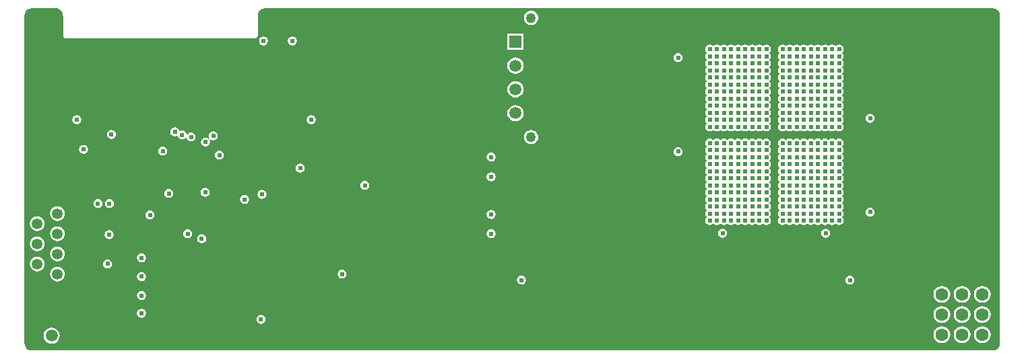
<source format=gbr>
%TF.GenerationSoftware,Altium Limited,Altium Designer,20.1.14 (287)*%
G04 Layer_Physical_Order=2*
G04 Layer_Color=36540*
%FSLAX26Y26*%
%MOIN*%
%TF.SameCoordinates,99935E59-988C-4C8E-A83C-0B030DBE8EB2*%
%TF.FilePolarity,Positive*%
%TF.FileFunction,Copper,L2,Inr,Signal*%
%TF.Part,Single*%
G01*
G75*
%TA.AperFunction,Conductor*%
%ADD39C,0.010000*%
%TA.AperFunction,ViaPad*%
%ADD41C,0.024000*%
%TA.AperFunction,ComponentPad*%
%ADD42C,0.062992*%
%ADD43C,0.059843*%
%ADD44R,0.059843X0.059843*%
%ADD45C,0.053150*%
%ADD46R,0.053150X0.053150*%
%ADD47C,0.050000*%
%ADD48C,0.059055*%
%TA.AperFunction,ViaPad*%
%ADD49C,0.028000*%
G36*
X180614Y1712176D02*
X188881Y1708751D01*
X195981Y1703304D01*
X201428Y1696204D01*
X204853Y1687937D01*
X205412Y1683691D01*
X205946Y1678917D01*
X205933Y1678851D01*
X206103Y1677994D01*
X206531Y1674141D01*
X206517Y1580001D01*
X206517Y1580000D01*
X206517Y1579999D01*
X206517Y1578295D01*
X207680Y1572442D01*
X210995Y1567480D01*
X215956Y1564164D01*
X221809Y1562999D01*
X227662Y1564162D01*
X228476Y1564706D01*
X1148470Y1564706D01*
X1149282Y1564163D01*
X1155135Y1562999D01*
X1160988Y1564163D01*
X1165949Y1567479D01*
X1169265Y1572440D01*
X1170429Y1578293D01*
Y1673123D01*
X1170804Y1677166D01*
X1170944Y1677866D01*
X1170931Y1677932D01*
X1171465Y1682706D01*
X1172024Y1686952D01*
X1175448Y1695219D01*
X1180896Y1702319D01*
X1187995Y1707766D01*
X1196263Y1711190D01*
X1204931Y1712332D01*
X1205237Y1712271D01*
X4808203D01*
X4816408Y1711190D01*
X4824676Y1707766D01*
X4831775Y1702319D01*
X4837223Y1695219D01*
X4840647Y1686952D01*
X4841206Y1682706D01*
X4841741Y1677932D01*
X4841727Y1677866D01*
X4841810Y1677453D01*
X4841941Y1672999D01*
X4841941Y55680D01*
X4841810Y51226D01*
X4841727Y50813D01*
X4841741Y50747D01*
X4841206Y45973D01*
X4840647Y41727D01*
X4837223Y33460D01*
X4831775Y26360D01*
X4824676Y20913D01*
X4816408Y17488D01*
X4812163Y16930D01*
X4807389Y16395D01*
X4807323Y16408D01*
X4806943Y16333D01*
X4802430Y16257D01*
X55241Y16257D01*
X50729Y16333D01*
X50348Y16408D01*
X50282Y16395D01*
X45509Y16930D01*
X41263Y17488D01*
X32995Y20913D01*
X25896Y26360D01*
X20448Y33460D01*
X17024Y41727D01*
X16465Y45973D01*
X15931Y50747D01*
X15944Y50813D01*
X15798Y51545D01*
X15409Y55548D01*
X15409Y1673130D01*
X15798Y1677134D01*
X15944Y1677866D01*
X15931Y1677932D01*
X16465Y1682706D01*
X17024Y1686952D01*
X20448Y1695219D01*
X25896Y1702319D01*
X32995Y1707766D01*
X41263Y1711190D01*
X45509Y1711749D01*
X50282Y1712284D01*
X50348Y1712271D01*
X50768Y1712354D01*
X55212Y1712494D01*
X171227D01*
X174002Y1713046D01*
X180614Y1712176D01*
D02*
G37*
%LPC*%
G36*
X2522300Y1700253D02*
X2513164Y1699050D01*
X2504649Y1695524D01*
X2497338Y1689914D01*
X2491728Y1682602D01*
X2488201Y1674088D01*
X2486998Y1664951D01*
X2488201Y1655814D01*
X2491728Y1647300D01*
X2497338Y1639989D01*
X2504649Y1634379D01*
X2513164Y1630852D01*
X2522300Y1629649D01*
X2531437Y1630852D01*
X2539951Y1634379D01*
X2547263Y1639989D01*
X2552873Y1647300D01*
X2556399Y1655814D01*
X2557602Y1664951D01*
X2556399Y1674088D01*
X2552873Y1682602D01*
X2547263Y1689914D01*
X2539951Y1695524D01*
X2531437Y1699050D01*
X2522300Y1700253D01*
D02*
G37*
G36*
X1341647Y1573209D02*
X1333063Y1571502D01*
X1325786Y1566639D01*
X1320923Y1559362D01*
X1319216Y1550778D01*
X1320923Y1542194D01*
X1325786Y1534917D01*
X1333063Y1530054D01*
X1341647Y1528347D01*
X1350231Y1530054D01*
X1357508Y1534917D01*
X1362370Y1542194D01*
X1364078Y1550778D01*
X1362370Y1559362D01*
X1357508Y1566639D01*
X1350231Y1571502D01*
X1341647Y1573209D01*
D02*
G37*
G36*
X1198852D02*
X1190268Y1571502D01*
X1182991Y1566639D01*
X1178128Y1559362D01*
X1176421Y1550778D01*
X1178128Y1542194D01*
X1182991Y1534917D01*
X1190268Y1530054D01*
X1198852Y1528347D01*
X1207436Y1530054D01*
X1214713Y1534917D01*
X1219575Y1542194D01*
X1221283Y1550778D01*
X1219575Y1559362D01*
X1214713Y1566639D01*
X1207436Y1571502D01*
X1198852Y1573209D01*
D02*
G37*
G36*
X4046416Y1532431D02*
X4037832Y1530724D01*
X4030555Y1525861D01*
X4027277D01*
X4020000Y1530724D01*
X4011416Y1532431D01*
X4002832Y1530724D01*
X3995555Y1525861D01*
X3992277D01*
X3985000Y1530724D01*
X3976416Y1532431D01*
X3967832Y1530724D01*
X3960555Y1525861D01*
X3957277D01*
X3950000Y1530724D01*
X3941416Y1532431D01*
X3932832Y1530724D01*
X3925555Y1525861D01*
X3922277D01*
X3915000Y1530724D01*
X3906416Y1532431D01*
X3897832Y1530724D01*
X3890555Y1525861D01*
X3887277D01*
X3880000Y1530724D01*
X3871416Y1532431D01*
X3862832Y1530724D01*
X3855555Y1525861D01*
X3852277D01*
X3845000Y1530724D01*
X3836416Y1532431D01*
X3827832Y1530724D01*
X3820555Y1525861D01*
X3817277D01*
X3810000Y1530724D01*
X3801416Y1532431D01*
X3792832Y1530724D01*
X3785555Y1525861D01*
X3782277D01*
X3775000Y1530724D01*
X3766416Y1532431D01*
X3757832Y1530724D01*
X3750555Y1525861D01*
X3745693Y1518584D01*
X3743985Y1510000D01*
X3745693Y1501416D01*
X3750555Y1494139D01*
Y1490861D01*
X3745693Y1483584D01*
X3743985Y1475000D01*
X3745693Y1466416D01*
X3750555Y1459139D01*
Y1455861D01*
X3745693Y1448584D01*
X3743985Y1440000D01*
X3745693Y1431416D01*
X3750555Y1424139D01*
Y1420861D01*
X3745693Y1413584D01*
X3743985Y1405000D01*
X3745693Y1396416D01*
X3750555Y1389139D01*
Y1385861D01*
X3745693Y1378584D01*
X3743985Y1370000D01*
X3745693Y1361416D01*
X3750555Y1354139D01*
Y1350861D01*
X3745693Y1343584D01*
X3743985Y1335000D01*
X3745693Y1326416D01*
X3750555Y1319139D01*
Y1315861D01*
X3745693Y1308584D01*
X3743985Y1300000D01*
X3745693Y1291416D01*
X3750555Y1284139D01*
Y1280861D01*
X3745693Y1273584D01*
X3743985Y1265000D01*
X3745693Y1256416D01*
X3750555Y1249139D01*
Y1245861D01*
X3745693Y1238584D01*
X3743985Y1230000D01*
X3745693Y1221416D01*
X3750555Y1214139D01*
Y1210861D01*
X3745693Y1203584D01*
X3743985Y1195000D01*
X3745693Y1186416D01*
X3750555Y1179139D01*
Y1175861D01*
X3745693Y1168584D01*
X3743985Y1160000D01*
X3745693Y1151416D01*
X3750555Y1144139D01*
Y1140861D01*
X3745693Y1133584D01*
X3743985Y1125000D01*
X3745693Y1116416D01*
X3750555Y1109139D01*
X3757832Y1104276D01*
X3766416Y1102569D01*
X3775000Y1104276D01*
X3782277Y1109139D01*
X3785555D01*
X3792832Y1104276D01*
X3801416Y1102569D01*
X3810000Y1104276D01*
X3817277Y1109139D01*
X3820555D01*
X3827832Y1104276D01*
X3836416Y1102569D01*
X3845000Y1104276D01*
X3852277Y1109139D01*
X3855555D01*
X3862832Y1104276D01*
X3871416Y1102569D01*
X3880000Y1104276D01*
X3887277Y1109139D01*
X3890555D01*
X3897832Y1104276D01*
X3906416Y1102569D01*
X3915000Y1104276D01*
X3922277Y1109139D01*
X3925555D01*
X3932832Y1104276D01*
X3941416Y1102569D01*
X3950000Y1104276D01*
X3957277Y1109139D01*
X3960555D01*
X3967832Y1104276D01*
X3976416Y1102569D01*
X3985000Y1104276D01*
X3992277Y1109139D01*
X3995555D01*
X4002832Y1104276D01*
X4011416Y1102569D01*
X4020000Y1104276D01*
X4027277Y1109139D01*
X4030555D01*
X4037832Y1104276D01*
X4046416Y1102569D01*
X4055000Y1104276D01*
X4062277Y1109139D01*
X4067140Y1116416D01*
X4068847Y1125000D01*
X4067140Y1133584D01*
X4062277Y1140861D01*
Y1144139D01*
X4067140Y1151416D01*
X4068847Y1160000D01*
X4067140Y1168584D01*
X4062277Y1175861D01*
Y1179139D01*
X4067140Y1186416D01*
X4068847Y1195000D01*
X4067140Y1203584D01*
X4062277Y1210861D01*
Y1214139D01*
X4067140Y1221416D01*
X4068847Y1230000D01*
X4067140Y1238584D01*
X4062277Y1245861D01*
Y1249139D01*
X4067140Y1256416D01*
X4068847Y1265000D01*
X4067140Y1273584D01*
X4062277Y1280861D01*
Y1284139D01*
X4067140Y1291416D01*
X4068847Y1300000D01*
X4067140Y1308584D01*
X4062277Y1315861D01*
Y1319139D01*
X4067140Y1326416D01*
X4068847Y1335000D01*
X4067140Y1343584D01*
X4062277Y1350861D01*
Y1354139D01*
X4067140Y1361416D01*
X4068847Y1370000D01*
X4067140Y1378584D01*
X4062277Y1385861D01*
Y1389139D01*
X4067140Y1396416D01*
X4068847Y1405000D01*
X4067140Y1413584D01*
X4062277Y1420861D01*
Y1424139D01*
X4067140Y1431416D01*
X4068847Y1440000D01*
X4067140Y1448584D01*
X4062277Y1455861D01*
Y1459139D01*
X4067140Y1466416D01*
X4068847Y1475000D01*
X4067140Y1483584D01*
X4062277Y1490861D01*
Y1494139D01*
X4067140Y1501416D01*
X4068847Y1510000D01*
X4067140Y1518584D01*
X4062277Y1525861D01*
X4055000Y1530724D01*
X4046416Y1532431D01*
D02*
G37*
G36*
X3686416D02*
X3677832Y1530724D01*
X3670555Y1525861D01*
X3667277D01*
X3660000Y1530724D01*
X3651416Y1532431D01*
X3642832Y1530724D01*
X3635555Y1525861D01*
X3632277D01*
X3625000Y1530724D01*
X3616416Y1532431D01*
X3607832Y1530724D01*
X3600555Y1525861D01*
X3597277D01*
X3590000Y1530724D01*
X3581416Y1532431D01*
X3572832Y1530724D01*
X3565555Y1525861D01*
X3562277D01*
X3555000Y1530724D01*
X3546416Y1532431D01*
X3537832Y1530724D01*
X3530555Y1525861D01*
X3527277D01*
X3520000Y1530724D01*
X3511416Y1532431D01*
X3502832Y1530724D01*
X3495555Y1525861D01*
X3492277D01*
X3485000Y1530724D01*
X3476416Y1532431D01*
X3467832Y1530724D01*
X3460555Y1525861D01*
X3457277D01*
X3450000Y1530724D01*
X3441416Y1532431D01*
X3432832Y1530724D01*
X3425555Y1525861D01*
X3422277D01*
X3415000Y1530724D01*
X3406416Y1532431D01*
X3397832Y1530724D01*
X3390555Y1525861D01*
X3385693Y1518584D01*
X3383985Y1510000D01*
X3385693Y1501416D01*
X3390555Y1494139D01*
Y1490861D01*
X3385693Y1483584D01*
X3383985Y1475000D01*
X3385693Y1466416D01*
X3390555Y1459139D01*
Y1455861D01*
X3385693Y1448584D01*
X3383985Y1440000D01*
X3385693Y1431416D01*
X3390555Y1424139D01*
Y1420861D01*
X3385693Y1413584D01*
X3383985Y1405000D01*
X3385693Y1396416D01*
X3390555Y1389139D01*
Y1385861D01*
X3385693Y1378584D01*
X3383985Y1370000D01*
X3385693Y1361416D01*
X3390555Y1354139D01*
Y1350861D01*
X3385693Y1343584D01*
X3383985Y1335000D01*
X3385693Y1326416D01*
X3390555Y1319139D01*
Y1315861D01*
X3385693Y1308584D01*
X3383985Y1300000D01*
X3385693Y1291416D01*
X3390555Y1284139D01*
Y1280861D01*
X3385693Y1273584D01*
X3383985Y1265000D01*
X3385693Y1256416D01*
X3390555Y1249139D01*
Y1245861D01*
X3385693Y1238584D01*
X3383985Y1230000D01*
X3385693Y1221416D01*
X3390555Y1214139D01*
Y1210861D01*
X3385693Y1203584D01*
X3383985Y1195000D01*
X3385693Y1186416D01*
X3390555Y1179139D01*
Y1175861D01*
X3385693Y1168584D01*
X3383985Y1160000D01*
X3385693Y1151416D01*
X3390555Y1144139D01*
Y1140861D01*
X3385693Y1133584D01*
X3383985Y1125000D01*
X3385693Y1116416D01*
X3390555Y1109139D01*
X3397832Y1104276D01*
X3406416Y1102569D01*
X3415000Y1104276D01*
X3422277Y1109139D01*
X3425555D01*
X3432832Y1104276D01*
X3441416Y1102569D01*
X3450000Y1104276D01*
X3457277Y1109139D01*
X3460555D01*
X3467832Y1104276D01*
X3476416Y1102569D01*
X3485000Y1104276D01*
X3492277Y1109139D01*
X3495555D01*
X3502832Y1104276D01*
X3511416Y1102569D01*
X3520000Y1104276D01*
X3527277Y1109139D01*
X3530555D01*
X3537832Y1104276D01*
X3546416Y1102569D01*
X3555000Y1104276D01*
X3562277Y1109139D01*
X3565555D01*
X3572832Y1104276D01*
X3581416Y1102569D01*
X3590000Y1104276D01*
X3597277Y1109139D01*
X3600555D01*
X3607832Y1104276D01*
X3616416Y1102569D01*
X3625000Y1104276D01*
X3632277Y1109139D01*
X3635555D01*
X3642832Y1104276D01*
X3651416Y1102569D01*
X3660000Y1104276D01*
X3667277Y1109139D01*
X3670555D01*
X3677832Y1104276D01*
X3686416Y1102569D01*
X3695000Y1104276D01*
X3702277Y1109139D01*
X3707140Y1116416D01*
X3708847Y1125000D01*
X3707140Y1133584D01*
X3702277Y1140861D01*
Y1144139D01*
X3707140Y1151416D01*
X3708847Y1160000D01*
X3707140Y1168584D01*
X3702277Y1175861D01*
Y1179139D01*
X3707140Y1186416D01*
X3708847Y1195000D01*
X3707140Y1203584D01*
X3702277Y1210861D01*
Y1214139D01*
X3707140Y1221416D01*
X3708847Y1230000D01*
X3707140Y1238584D01*
X3702277Y1245861D01*
Y1249139D01*
X3707140Y1256416D01*
X3708847Y1265000D01*
X3707140Y1273584D01*
X3702277Y1280861D01*
Y1284139D01*
X3707140Y1291416D01*
X3708847Y1300000D01*
X3707140Y1308584D01*
X3702277Y1315861D01*
Y1319139D01*
X3707140Y1326416D01*
X3708847Y1335000D01*
X3707140Y1343584D01*
X3702277Y1350861D01*
Y1354139D01*
X3707140Y1361416D01*
X3708847Y1370000D01*
X3707140Y1378584D01*
X3702277Y1385861D01*
Y1389139D01*
X3707140Y1396416D01*
X3708847Y1405000D01*
X3707140Y1413584D01*
X3702277Y1420861D01*
Y1424139D01*
X3707140Y1431416D01*
X3708847Y1440000D01*
X3707140Y1448584D01*
X3702277Y1455861D01*
Y1459139D01*
X3707140Y1466416D01*
X3708847Y1475000D01*
X3707140Y1483584D01*
X3702277Y1490861D01*
Y1494139D01*
X3707140Y1501416D01*
X3708847Y1510000D01*
X3707140Y1518584D01*
X3702277Y1525861D01*
X3695000Y1530724D01*
X3686416Y1532431D01*
D02*
G37*
G36*
X2485056Y1586762D02*
X2405214D01*
Y1506920D01*
X2485056D01*
Y1586762D01*
D02*
G37*
G36*
X3250000Y1491210D02*
X3241416Y1489503D01*
X3234139Y1484641D01*
X3229276Y1477363D01*
X3227569Y1468780D01*
X3229276Y1460196D01*
X3234139Y1452918D01*
X3241416Y1448056D01*
X3250000Y1446349D01*
X3258584Y1448056D01*
X3265861Y1452918D01*
X3270724Y1460196D01*
X3272431Y1468780D01*
X3270724Y1477363D01*
X3265861Y1484641D01*
X3258584Y1489503D01*
X3250000Y1491210D01*
D02*
G37*
G36*
X2445135Y1468996D02*
X2434713Y1467624D01*
X2425002Y1463602D01*
X2416663Y1457203D01*
X2410264Y1448864D01*
X2406241Y1439152D01*
X2404869Y1428731D01*
X2406241Y1418309D01*
X2410264Y1408598D01*
X2416663Y1400259D01*
X2425002Y1393860D01*
X2434713Y1389837D01*
X2445135Y1388465D01*
X2455557Y1389837D01*
X2465268Y1393860D01*
X2473607Y1400259D01*
X2480006Y1408598D01*
X2484029Y1418309D01*
X2485401Y1428731D01*
X2484029Y1439152D01*
X2480006Y1448864D01*
X2473607Y1457203D01*
X2465268Y1463602D01*
X2455557Y1467624D01*
X2445135Y1468996D01*
D02*
G37*
G36*
Y1350886D02*
X2434713Y1349514D01*
X2425002Y1345492D01*
X2416663Y1339093D01*
X2410264Y1330754D01*
X2406241Y1321042D01*
X2404869Y1310621D01*
X2406241Y1300199D01*
X2410264Y1290488D01*
X2416663Y1282149D01*
X2425002Y1275749D01*
X2434713Y1271727D01*
X2445135Y1270355D01*
X2455557Y1271727D01*
X2465268Y1275749D01*
X2473607Y1282149D01*
X2480006Y1290488D01*
X2484029Y1300199D01*
X2485401Y1310621D01*
X2484029Y1321042D01*
X2480006Y1330754D01*
X2473607Y1339093D01*
X2465268Y1345492D01*
X2455557Y1349514D01*
X2445135Y1350886D01*
D02*
G37*
G36*
Y1232776D02*
X2434713Y1231404D01*
X2425002Y1227381D01*
X2416663Y1220983D01*
X2410264Y1212643D01*
X2406241Y1202932D01*
X2404869Y1192510D01*
X2406241Y1182089D01*
X2410264Y1172378D01*
X2416663Y1164038D01*
X2425002Y1157639D01*
X2434713Y1153617D01*
X2445135Y1152245D01*
X2455557Y1153617D01*
X2465268Y1157639D01*
X2473607Y1164038D01*
X2480006Y1172378D01*
X2484029Y1182089D01*
X2485401Y1192510D01*
X2484029Y1202932D01*
X2480006Y1212643D01*
X2473607Y1220983D01*
X2465268Y1227381D01*
X2455557Y1231404D01*
X2445135Y1232776D01*
D02*
G37*
G36*
X4200000Y1189931D02*
X4191416Y1188223D01*
X4184139Y1183361D01*
X4179276Y1176084D01*
X4177569Y1167500D01*
X4179276Y1158916D01*
X4184139Y1151639D01*
X4191416Y1146776D01*
X4200000Y1145069D01*
X4208584Y1146776D01*
X4215861Y1151639D01*
X4220724Y1158916D01*
X4222431Y1167500D01*
X4220724Y1176084D01*
X4215861Y1183361D01*
X4208584Y1188223D01*
X4200000Y1189931D01*
D02*
G37*
G36*
X1435000Y1182431D02*
X1426416Y1180724D01*
X1419139Y1175861D01*
X1414276Y1168584D01*
X1412569Y1160000D01*
X1414276Y1151416D01*
X1419139Y1144139D01*
X1426416Y1139276D01*
X1435000Y1137569D01*
X1443584Y1139276D01*
X1450861Y1144139D01*
X1455724Y1151416D01*
X1457431Y1160000D01*
X1455724Y1168584D01*
X1450861Y1175861D01*
X1443584Y1180724D01*
X1435000Y1182431D01*
D02*
G37*
G36*
X275000D02*
X266416Y1180724D01*
X259139Y1175861D01*
X254276Y1168584D01*
X252569Y1160000D01*
X254276Y1151416D01*
X259139Y1144139D01*
X266416Y1139276D01*
X275000Y1137569D01*
X283584Y1139276D01*
X290861Y1144139D01*
X295724Y1151416D01*
X297431Y1160000D01*
X295724Y1168584D01*
X290861Y1175861D01*
X283584Y1180724D01*
X275000Y1182431D01*
D02*
G37*
G36*
X950000Y1102309D02*
X941416Y1100601D01*
X934139Y1095739D01*
X929277Y1088462D01*
X927569Y1079878D01*
X929277Y1071294D01*
X931197Y1068419D01*
X927404Y1065398D01*
X920127Y1070260D01*
X911543Y1071968D01*
X902959Y1070260D01*
X895682Y1065398D01*
X890820Y1058121D01*
X889112Y1049537D01*
X890820Y1040953D01*
X895682Y1033676D01*
X902959Y1028813D01*
X911543Y1027106D01*
X920127Y1028813D01*
X927404Y1033676D01*
X932267Y1040953D01*
X933974Y1049537D01*
X932267Y1058121D01*
X930346Y1060995D01*
X934139Y1064017D01*
X941416Y1059154D01*
X950000Y1057447D01*
X958584Y1059154D01*
X965861Y1064017D01*
X970723Y1071294D01*
X972431Y1079878D01*
X970723Y1088462D01*
X965861Y1095739D01*
X958584Y1100601D01*
X950000Y1102309D01*
D02*
G37*
G36*
X445765Y1110062D02*
X437181Y1108355D01*
X429904Y1103492D01*
X425042Y1096215D01*
X423334Y1087631D01*
X425042Y1079047D01*
X429904Y1071770D01*
X437181Y1066908D01*
X445765Y1065200D01*
X454349Y1066908D01*
X461627Y1071770D01*
X466489Y1079047D01*
X468196Y1087631D01*
X466489Y1096215D01*
X461627Y1103492D01*
X454349Y1108355D01*
X445765Y1110062D01*
D02*
G37*
G36*
X4046416Y1067431D02*
X4037832Y1065724D01*
X4030555Y1060861D01*
X4027277D01*
X4020000Y1065724D01*
X4011416Y1067431D01*
X4002832Y1065724D01*
X3995555Y1060861D01*
X3992277D01*
X3985000Y1065724D01*
X3976416Y1067431D01*
X3967832Y1065724D01*
X3960555Y1060861D01*
X3957277D01*
X3950000Y1065724D01*
X3941416Y1067431D01*
X3932832Y1065724D01*
X3925555Y1060861D01*
X3922277D01*
X3915000Y1065724D01*
X3906416Y1067431D01*
X3897832Y1065724D01*
X3890555Y1060861D01*
X3887277D01*
X3880000Y1065724D01*
X3871416Y1067431D01*
X3862832Y1065724D01*
X3855555Y1060861D01*
X3852277D01*
X3845000Y1065724D01*
X3836416Y1067431D01*
X3827832Y1065724D01*
X3820555Y1060861D01*
X3817277D01*
X3810000Y1065724D01*
X3801416Y1067431D01*
X3792832Y1065724D01*
X3785555Y1060861D01*
X3782277D01*
X3775000Y1065724D01*
X3766416Y1067431D01*
X3757832Y1065724D01*
X3750555Y1060861D01*
X3745693Y1053584D01*
X3743985Y1045000D01*
X3745693Y1036416D01*
X3750555Y1029139D01*
Y1025861D01*
X3745693Y1018584D01*
X3743985Y1010000D01*
X3745693Y1001416D01*
X3750555Y994139D01*
Y990861D01*
X3745693Y983584D01*
X3743985Y975000D01*
X3745693Y966416D01*
X3750555Y959139D01*
Y955861D01*
X3745693Y948584D01*
X3743985Y940000D01*
X3745693Y931416D01*
X3750555Y924139D01*
Y920861D01*
X3745693Y913584D01*
X3743985Y905000D01*
X3745693Y896416D01*
X3750555Y889139D01*
Y885861D01*
X3745693Y878584D01*
X3743985Y870000D01*
X3745693Y861416D01*
X3750555Y854139D01*
Y850861D01*
X3745693Y843584D01*
X3743985Y835000D01*
X3745693Y826416D01*
X3750555Y819139D01*
Y815861D01*
X3745693Y808584D01*
X3743985Y800000D01*
X3745693Y791416D01*
X3750555Y784139D01*
Y780861D01*
X3745693Y773584D01*
X3743985Y765000D01*
X3745693Y756416D01*
X3750555Y749139D01*
Y745861D01*
X3745693Y738584D01*
X3743985Y730000D01*
X3745693Y721416D01*
X3750555Y714139D01*
Y710861D01*
X3745693Y703584D01*
X3743985Y695000D01*
X3745693Y686416D01*
X3750555Y679139D01*
Y675861D01*
X3745693Y668584D01*
X3743985Y660000D01*
X3745693Y651416D01*
X3750555Y644139D01*
X3757832Y639277D01*
X3766416Y637569D01*
X3775000Y639277D01*
X3780386Y642875D01*
X3783916Y643738D01*
X3787446Y642875D01*
X3792832Y639277D01*
X3801416Y637569D01*
X3810000Y639277D01*
X3815386Y642875D01*
X3818916Y643738D01*
X3822446Y642875D01*
X3827832Y639277D01*
X3836416Y637569D01*
X3845000Y639277D01*
X3850386Y642875D01*
X3853916Y643738D01*
X3857446Y642875D01*
X3862832Y639277D01*
X3871416Y637569D01*
X3880000Y639277D01*
X3885386Y642875D01*
X3888916Y643738D01*
X3892446Y642875D01*
X3897832Y639277D01*
X3906416Y637569D01*
X3915000Y639277D01*
X3920386Y642875D01*
X3923916Y643738D01*
X3927446Y642875D01*
X3932832Y639277D01*
X3941416Y637569D01*
X3950000Y639277D01*
X3955386Y642875D01*
X3958916Y643738D01*
X3962446Y642875D01*
X3967832Y639277D01*
X3976416Y637569D01*
X3985000Y639277D01*
X3990386Y642875D01*
X3993916Y643738D01*
X3997446Y642875D01*
X4002832Y639277D01*
X4011416Y637569D01*
X4020000Y639277D01*
X4025386Y642875D01*
X4028916Y643738D01*
X4032446Y642875D01*
X4037832Y639277D01*
X4046416Y637569D01*
X4055000Y639277D01*
X4062277Y644139D01*
X4067140Y651416D01*
X4068847Y660000D01*
X4067140Y668584D01*
X4062277Y675861D01*
Y679139D01*
X4067140Y686416D01*
X4068847Y695000D01*
X4067140Y703584D01*
X4062277Y710861D01*
Y714139D01*
X4067140Y721416D01*
X4068847Y730000D01*
X4067140Y738584D01*
X4062277Y745861D01*
Y749139D01*
X4067140Y756416D01*
X4068847Y765000D01*
X4067140Y773584D01*
X4062277Y780861D01*
Y784139D01*
X4067140Y791416D01*
X4068847Y800000D01*
X4067140Y808584D01*
X4062277Y815861D01*
Y819139D01*
X4067140Y826416D01*
X4068847Y835000D01*
X4067140Y843584D01*
X4062277Y850861D01*
Y854139D01*
X4067140Y861416D01*
X4068847Y870000D01*
X4067140Y878584D01*
X4062277Y885861D01*
Y889139D01*
X4067140Y896416D01*
X4068847Y905000D01*
X4067140Y913584D01*
X4062277Y920861D01*
Y924139D01*
X4067140Y931416D01*
X4068847Y940000D01*
X4067140Y948584D01*
X4062277Y955861D01*
Y959139D01*
X4067140Y966416D01*
X4068847Y975000D01*
X4067140Y983584D01*
X4062277Y990861D01*
Y994139D01*
X4067140Y1001416D01*
X4068847Y1010000D01*
X4067140Y1018584D01*
X4062277Y1025861D01*
Y1029139D01*
X4067140Y1036416D01*
X4068847Y1045000D01*
X4067140Y1053584D01*
X4062277Y1060861D01*
X4055000Y1065724D01*
X4046416Y1067431D01*
D02*
G37*
G36*
X3686416D02*
X3677832Y1065724D01*
X3670555Y1060861D01*
X3667277D01*
X3660000Y1065724D01*
X3651416Y1067431D01*
X3642832Y1065724D01*
X3635555Y1060861D01*
X3632277D01*
X3625000Y1065724D01*
X3616416Y1067431D01*
X3607832Y1065724D01*
X3600555Y1060861D01*
X3597277D01*
X3590000Y1065724D01*
X3581416Y1067431D01*
X3572832Y1065724D01*
X3565555Y1060861D01*
X3562277D01*
X3555000Y1065724D01*
X3546416Y1067431D01*
X3537832Y1065724D01*
X3530555Y1060861D01*
X3527277D01*
X3520000Y1065724D01*
X3511416Y1067431D01*
X3502832Y1065724D01*
X3495555Y1060861D01*
X3492277D01*
X3485000Y1065724D01*
X3476416Y1067431D01*
X3467832Y1065724D01*
X3460555Y1060861D01*
X3457277D01*
X3450000Y1065724D01*
X3441416Y1067431D01*
X3432832Y1065724D01*
X3425555Y1060861D01*
X3422277D01*
X3415000Y1065724D01*
X3406416Y1067431D01*
X3397832Y1065724D01*
X3390555Y1060861D01*
X3385693Y1053584D01*
X3383985Y1045000D01*
X3385693Y1036416D01*
X3390555Y1029139D01*
Y1025861D01*
X3385693Y1018584D01*
X3383985Y1010000D01*
X3385693Y1001416D01*
X3390555Y994139D01*
Y990861D01*
X3385693Y983584D01*
X3383985Y975000D01*
X3385693Y966416D01*
X3390555Y959139D01*
Y955861D01*
X3385693Y948584D01*
X3383985Y940000D01*
X3385693Y931416D01*
X3390555Y924139D01*
Y920861D01*
X3385693Y913584D01*
X3383985Y905000D01*
X3385693Y896416D01*
X3390555Y889139D01*
Y885861D01*
X3385693Y878584D01*
X3383985Y870000D01*
X3385693Y861416D01*
X3390555Y854139D01*
Y850861D01*
X3385693Y843584D01*
X3383985Y835000D01*
X3385693Y826416D01*
X3390555Y819139D01*
Y815861D01*
X3385693Y808584D01*
X3383985Y800000D01*
X3385693Y791416D01*
X3390555Y784139D01*
Y780861D01*
X3385693Y773584D01*
X3383985Y765000D01*
X3385693Y756416D01*
X3390555Y749139D01*
Y745861D01*
X3385693Y738584D01*
X3383985Y730000D01*
X3385693Y721416D01*
X3390555Y714139D01*
Y710861D01*
X3385693Y703584D01*
X3383985Y695000D01*
X3385693Y686416D01*
X3390555Y679139D01*
Y675861D01*
X3385693Y668584D01*
X3383985Y660000D01*
X3385693Y651416D01*
X3390555Y644139D01*
X3397832Y639277D01*
X3406416Y637569D01*
X3415000Y639277D01*
X3420386Y642875D01*
X3423916Y643738D01*
X3427446Y642875D01*
X3432832Y639277D01*
X3441416Y637569D01*
X3450000Y639277D01*
X3455386Y642875D01*
X3458916Y643738D01*
X3462446Y642875D01*
X3467832Y639277D01*
X3476416Y637569D01*
X3485000Y639277D01*
X3490386Y642875D01*
X3493916Y643738D01*
X3497446Y642875D01*
X3502832Y639277D01*
X3511416Y637569D01*
X3520000Y639277D01*
X3525386Y642875D01*
X3528916Y643738D01*
X3532446Y642875D01*
X3537832Y639277D01*
X3546416Y637569D01*
X3555000Y639277D01*
X3560386Y642875D01*
X3563916Y643738D01*
X3567446Y642875D01*
X3572832Y639277D01*
X3581416Y637569D01*
X3590000Y639277D01*
X3595386Y642875D01*
X3598916Y643738D01*
X3602446Y642875D01*
X3607832Y639277D01*
X3616416Y637569D01*
X3625000Y639277D01*
X3630386Y642875D01*
X3633916Y643738D01*
X3637446Y642875D01*
X3642832Y639277D01*
X3651416Y637569D01*
X3660000Y639277D01*
X3665386Y642875D01*
X3668916Y643738D01*
X3672446Y642875D01*
X3677832Y639277D01*
X3686416Y637569D01*
X3695000Y639277D01*
X3702277Y644139D01*
X3707140Y651416D01*
X3708847Y660000D01*
X3707140Y668584D01*
X3702277Y675861D01*
Y679139D01*
X3707140Y686416D01*
X3708847Y695000D01*
X3707140Y703584D01*
X3702277Y710861D01*
Y714139D01*
X3707140Y721416D01*
X3708847Y730000D01*
X3707140Y738584D01*
X3702277Y745861D01*
Y749139D01*
X3707140Y756416D01*
X3708847Y765000D01*
X3707140Y773584D01*
X3702277Y780861D01*
Y784139D01*
X3707140Y791416D01*
X3708847Y800000D01*
X3707140Y808584D01*
X3702277Y815861D01*
Y819139D01*
X3707140Y826416D01*
X3708847Y835000D01*
X3707140Y843584D01*
X3702277Y850861D01*
Y854139D01*
X3707140Y861416D01*
X3708847Y870000D01*
X3707140Y878584D01*
X3702277Y885861D01*
Y889139D01*
X3707140Y896416D01*
X3708847Y905000D01*
X3707140Y913584D01*
X3702277Y920861D01*
Y924139D01*
X3707140Y931416D01*
X3708847Y940000D01*
X3707140Y948584D01*
X3702277Y955861D01*
Y959139D01*
X3707140Y966416D01*
X3708847Y975000D01*
X3707140Y983584D01*
X3702277Y990861D01*
Y994139D01*
X3707140Y1001416D01*
X3708847Y1010000D01*
X3707140Y1018584D01*
X3702277Y1025861D01*
Y1029139D01*
X3707140Y1036416D01*
X3708847Y1045000D01*
X3707140Y1053584D01*
X3702277Y1060861D01*
X3695000Y1065724D01*
X3686416Y1067431D01*
D02*
G37*
G36*
X760410Y1122431D02*
X751827Y1120724D01*
X744549Y1115861D01*
X739687Y1108584D01*
X737980Y1100000D01*
X739687Y1091416D01*
X744549Y1084139D01*
X751827Y1079276D01*
X760410Y1077569D01*
X768995Y1079276D01*
X770234Y1080104D01*
X774853Y1078191D01*
X775255Y1076171D01*
X780117Y1068894D01*
X787394Y1064032D01*
X795978Y1062324D01*
X804562Y1064032D01*
X811839Y1068894D01*
X813262Y1071024D01*
X818570Y1069968D01*
X819277Y1066416D01*
X824139Y1059139D01*
X831416Y1054276D01*
X840000Y1052569D01*
X848584Y1054276D01*
X855861Y1059139D01*
X860723Y1066416D01*
X862431Y1075000D01*
X860723Y1083584D01*
X855861Y1090861D01*
X848584Y1095724D01*
X840000Y1097431D01*
X831416Y1095724D01*
X824139Y1090861D01*
X822716Y1088732D01*
X817408Y1089788D01*
X816702Y1093340D01*
X811839Y1100617D01*
X804562Y1105479D01*
X795978Y1107187D01*
X787394Y1105479D01*
X786155Y1104651D01*
X781536Y1106564D01*
X781134Y1108584D01*
X776272Y1115861D01*
X768995Y1120724D01*
X760410Y1122431D01*
D02*
G37*
G36*
X2522300Y1109701D02*
X2513164Y1108498D01*
X2504649Y1104971D01*
X2497338Y1099361D01*
X2491728Y1092050D01*
X2488201Y1083535D01*
X2486998Y1074399D01*
X2488201Y1065262D01*
X2491728Y1056748D01*
X2497338Y1049436D01*
X2504649Y1043826D01*
X2513164Y1040300D01*
X2522300Y1039097D01*
X2531437Y1040300D01*
X2539951Y1043826D01*
X2547263Y1049436D01*
X2552873Y1056748D01*
X2556399Y1065262D01*
X2557602Y1074399D01*
X2556399Y1083535D01*
X2552873Y1092050D01*
X2547263Y1099361D01*
X2539951Y1104971D01*
X2531437Y1108498D01*
X2522300Y1109701D01*
D02*
G37*
G36*
X308788Y1035431D02*
X300204Y1033724D01*
X292927Y1028861D01*
X288065Y1021584D01*
X286357Y1013000D01*
X288065Y1004416D01*
X292927Y997139D01*
X300204Y992277D01*
X308788Y990569D01*
X317372Y992277D01*
X324649Y997139D01*
X329512Y1004416D01*
X331219Y1013000D01*
X329512Y1021584D01*
X324649Y1028861D01*
X317372Y1033724D01*
X308788Y1035431D01*
D02*
G37*
G36*
X700000Y1027431D02*
X691416Y1025724D01*
X684139Y1020861D01*
X679277Y1013584D01*
X677569Y1005000D01*
X679277Y996416D01*
X684139Y989139D01*
X691416Y984277D01*
X700000Y982569D01*
X708584Y984277D01*
X715861Y989139D01*
X720723Y996416D01*
X722431Y1005000D01*
X720723Y1013584D01*
X715861Y1020861D01*
X708584Y1025724D01*
X700000Y1027431D01*
D02*
G37*
G36*
X3250000Y1024951D02*
X3241416Y1023243D01*
X3234139Y1018381D01*
X3229276Y1011104D01*
X3227569Y1002520D01*
X3229276Y993936D01*
X3234139Y986659D01*
X3241416Y981796D01*
X3250000Y980089D01*
X3258584Y981796D01*
X3265861Y986659D01*
X3270724Y993936D01*
X3272431Y1002520D01*
X3270724Y1011104D01*
X3265861Y1018381D01*
X3258584Y1023243D01*
X3250000Y1024951D01*
D02*
G37*
G36*
X980000Y1007431D02*
X971416Y1005723D01*
X964139Y1000861D01*
X959277Y993584D01*
X957569Y985000D01*
X959277Y976416D01*
X964139Y969139D01*
X971416Y964277D01*
X980000Y962569D01*
X988584Y964277D01*
X995861Y969139D01*
X1000723Y976416D01*
X1002431Y985000D01*
X1000723Y993584D01*
X995861Y1000861D01*
X988584Y1005723D01*
X980000Y1007431D01*
D02*
G37*
G36*
X2325000Y997431D02*
X2316416Y995723D01*
X2309139Y990861D01*
X2304276Y983584D01*
X2302569Y975000D01*
X2304276Y966416D01*
X2309139Y959139D01*
X2316416Y954277D01*
X2325000Y952569D01*
X2333584Y954277D01*
X2340861Y959139D01*
X2345724Y966416D01*
X2347431Y975000D01*
X2345724Y983584D01*
X2340861Y990861D01*
X2333584Y995723D01*
X2325000Y997431D01*
D02*
G37*
G36*
X1380000Y942431D02*
X1371416Y940723D01*
X1364139Y935861D01*
X1359276Y928584D01*
X1357569Y920000D01*
X1359276Y911416D01*
X1364139Y904139D01*
X1371416Y899277D01*
X1380000Y897569D01*
X1388584Y899277D01*
X1395861Y904139D01*
X1400724Y911416D01*
X1402431Y920000D01*
X1400724Y928584D01*
X1395861Y935861D01*
X1388584Y940723D01*
X1380000Y942431D01*
D02*
G37*
G36*
X2325000Y899803D02*
X2316416Y898095D01*
X2309139Y893233D01*
X2304276Y885956D01*
X2302569Y877371D01*
X2304276Y868788D01*
X2309139Y861510D01*
X2316416Y856648D01*
X2325000Y854941D01*
X2333584Y856648D01*
X2340861Y861510D01*
X2345724Y868788D01*
X2347431Y877371D01*
X2345724Y885956D01*
X2340861Y893233D01*
X2333584Y898095D01*
X2325000Y899803D01*
D02*
G37*
G36*
X1700000Y857431D02*
X1691416Y855723D01*
X1684139Y850861D01*
X1679276Y843584D01*
X1677569Y835000D01*
X1679276Y826416D01*
X1684139Y819139D01*
X1691416Y814277D01*
X1700000Y812569D01*
X1708584Y814277D01*
X1715861Y819139D01*
X1720724Y826416D01*
X1722431Y835000D01*
X1720724Y843584D01*
X1715861Y850861D01*
X1708584Y855723D01*
X1700000Y857431D01*
D02*
G37*
G36*
X910000Y822431D02*
X901416Y820723D01*
X894139Y815861D01*
X889277Y808584D01*
X887569Y800000D01*
X889277Y791416D01*
X894139Y784139D01*
X901416Y779277D01*
X910000Y777569D01*
X918584Y779277D01*
X925861Y784139D01*
X930723Y791416D01*
X932431Y800000D01*
X930723Y808584D01*
X925861Y815861D01*
X918584Y820723D01*
X910000Y822431D01*
D02*
G37*
G36*
X730000Y817431D02*
X721416Y815723D01*
X714139Y810861D01*
X709277Y803584D01*
X707569Y795000D01*
X709277Y786416D01*
X714139Y779139D01*
X721416Y774277D01*
X730000Y772569D01*
X738584Y774277D01*
X745861Y779139D01*
X750723Y786416D01*
X752431Y795000D01*
X750723Y803584D01*
X745861Y810861D01*
X738584Y815723D01*
X730000Y817431D01*
D02*
G37*
G36*
X1190770Y812431D02*
X1182186Y810723D01*
X1174909Y805861D01*
X1170047Y798584D01*
X1168339Y790000D01*
X1170047Y781416D01*
X1174909Y774139D01*
X1182186Y769277D01*
X1190770Y767569D01*
X1199354Y769277D01*
X1206631Y774139D01*
X1211494Y781416D01*
X1213201Y790000D01*
X1211494Y798584D01*
X1206631Y805861D01*
X1199354Y810723D01*
X1190770Y812431D01*
D02*
G37*
G36*
X1105000Y787431D02*
X1096416Y785723D01*
X1089139Y780861D01*
X1084276Y773584D01*
X1082569Y765000D01*
X1084276Y756416D01*
X1089139Y749139D01*
X1096416Y744277D01*
X1105000Y742569D01*
X1113584Y744277D01*
X1120861Y749139D01*
X1125724Y756416D01*
X1127431Y765000D01*
X1125724Y773584D01*
X1120861Y780861D01*
X1113584Y785723D01*
X1105000Y787431D01*
D02*
G37*
G36*
X436082Y767431D02*
X427498Y765723D01*
X420221Y760861D01*
X415358Y753584D01*
X413651Y745000D01*
X415358Y736416D01*
X420221Y729139D01*
X427498Y724277D01*
X436082Y722569D01*
X444666Y724277D01*
X451943Y729139D01*
X456805Y736416D01*
X458513Y745000D01*
X456805Y753584D01*
X451943Y760861D01*
X444666Y765723D01*
X436082Y767431D01*
D02*
G37*
G36*
X379503D02*
X370919Y765723D01*
X363642Y760861D01*
X358779Y753584D01*
X357072Y745000D01*
X358779Y736416D01*
X363642Y729139D01*
X370919Y724277D01*
X379503Y722569D01*
X388087Y724277D01*
X395364Y729139D01*
X400226Y736416D01*
X401934Y745000D01*
X400226Y753584D01*
X395364Y760861D01*
X388087Y765723D01*
X379503Y767431D01*
D02*
G37*
G36*
X4200000Y724931D02*
X4191416Y723223D01*
X4184139Y718361D01*
X4179276Y711084D01*
X4177569Y702500D01*
X4179276Y693916D01*
X4184139Y686639D01*
X4191416Y681776D01*
X4200000Y680069D01*
X4208584Y681776D01*
X4215861Y686639D01*
X4220724Y693916D01*
X4222431Y702500D01*
X4220724Y711084D01*
X4215861Y718361D01*
X4208584Y723223D01*
X4200000Y724931D01*
D02*
G37*
G36*
X2325000Y713227D02*
X2316416Y711520D01*
X2309139Y706658D01*
X2304276Y699380D01*
X2302569Y690796D01*
X2304276Y682212D01*
X2309139Y674935D01*
X2316416Y670073D01*
X2325000Y668365D01*
X2333584Y670073D01*
X2340861Y674935D01*
X2345724Y682212D01*
X2347431Y690796D01*
X2345724Y699380D01*
X2340861Y706658D01*
X2333584Y711520D01*
X2325000Y713227D01*
D02*
G37*
G36*
X636828Y711024D02*
X628244Y709316D01*
X620967Y704454D01*
X616104Y697177D01*
X614397Y688593D01*
X616104Y680009D01*
X620967Y672731D01*
X628244Y667869D01*
X636828Y666162D01*
X645412Y667869D01*
X652689Y672731D01*
X657551Y680009D01*
X659259Y688593D01*
X657551Y697177D01*
X652689Y704454D01*
X645412Y709316D01*
X636828Y711024D01*
D02*
G37*
G36*
X179134Y732009D02*
X169586Y730751D01*
X160689Y727066D01*
X153048Y721204D01*
X147186Y713563D01*
X143500Y704666D01*
X142244Y695118D01*
X143500Y685570D01*
X147186Y676673D01*
X153048Y669033D01*
X160689Y663170D01*
X169586Y659485D01*
X179134Y658228D01*
X188682Y659485D01*
X197579Y663170D01*
X205219Y669033D01*
X211082Y676673D01*
X214767Y685570D01*
X216024Y695118D01*
X214767Y704666D01*
X211082Y713563D01*
X205219Y721204D01*
X197579Y727066D01*
X188682Y730751D01*
X179134Y732009D01*
D02*
G37*
G36*
X79134Y682009D02*
X69586Y680751D01*
X60689Y677066D01*
X53048Y671204D01*
X47186Y663563D01*
X43501Y654666D01*
X42243Y645118D01*
X43501Y635570D01*
X47186Y626673D01*
X53048Y619033D01*
X60689Y613170D01*
X69586Y609485D01*
X79134Y608228D01*
X88682Y609485D01*
X97579Y613170D01*
X105219Y619033D01*
X111082Y626673D01*
X114767Y635570D01*
X116024Y645118D01*
X114767Y654666D01*
X111082Y663563D01*
X105219Y671204D01*
X97579Y677066D01*
X88682Y680751D01*
X79134Y682009D01*
D02*
G37*
G36*
X3980000Y619911D02*
X3971416Y618204D01*
X3964139Y613341D01*
X3959276Y606064D01*
X3957569Y597480D01*
X3959276Y588896D01*
X3964139Y581619D01*
X3971416Y576757D01*
X3980000Y575049D01*
X3988584Y576757D01*
X3995861Y581619D01*
X4000724Y588896D01*
X4002431Y597480D01*
X4000724Y606064D01*
X3995861Y613341D01*
X3988584Y618204D01*
X3980000Y619911D01*
D02*
G37*
G36*
X3470000D02*
X3461416Y618204D01*
X3454139Y613341D01*
X3449276Y606064D01*
X3447569Y597480D01*
X3449276Y588896D01*
X3454139Y581619D01*
X3461416Y576757D01*
X3470000Y575049D01*
X3478584Y576757D01*
X3485861Y581619D01*
X3490724Y588896D01*
X3492431Y597480D01*
X3490724Y606064D01*
X3485861Y613341D01*
X3478584Y618204D01*
X3470000Y619911D01*
D02*
G37*
G36*
X823126Y617549D02*
X814542Y615842D01*
X807265Y610979D01*
X802403Y603702D01*
X800695Y595118D01*
X802403Y586534D01*
X807265Y579257D01*
X814542Y574395D01*
X823126Y572687D01*
X831710Y574395D01*
X838987Y579257D01*
X843850Y586534D01*
X845557Y595118D01*
X843850Y603702D01*
X838987Y610979D01*
X831710Y615842D01*
X823126Y617549D01*
D02*
G37*
G36*
X2325000Y617431D02*
X2316416Y615723D01*
X2309139Y610861D01*
X2304276Y603584D01*
X2302569Y595000D01*
X2304276Y586416D01*
X2309139Y579139D01*
X2316416Y574277D01*
X2325000Y572569D01*
X2333584Y574277D01*
X2340861Y579139D01*
X2345724Y586416D01*
X2347431Y595000D01*
X2345724Y603584D01*
X2340861Y610861D01*
X2333584Y615723D01*
X2325000Y617431D01*
D02*
G37*
G36*
X435000Y612431D02*
X426416Y610723D01*
X419139Y605861D01*
X414276Y598584D01*
X412569Y590000D01*
X414276Y581416D01*
X419139Y574139D01*
X426416Y569277D01*
X435000Y567569D01*
X443584Y569277D01*
X450861Y574139D01*
X455724Y581416D01*
X457431Y590000D01*
X455724Y598584D01*
X450861Y605861D01*
X443584Y610723D01*
X435000Y612431D01*
D02*
G37*
G36*
X179134Y632009D02*
X169586Y630751D01*
X160689Y627066D01*
X153048Y621204D01*
X147186Y613563D01*
X143500Y604666D01*
X142244Y595118D01*
X143500Y585570D01*
X147186Y576673D01*
X153048Y569033D01*
X160689Y563170D01*
X169586Y559485D01*
X179134Y558228D01*
X188682Y559485D01*
X197579Y563170D01*
X205219Y569033D01*
X211082Y576673D01*
X214767Y585570D01*
X216024Y595118D01*
X214767Y604666D01*
X211082Y613563D01*
X205219Y621204D01*
X197579Y627066D01*
X188682Y630751D01*
X179134Y632009D01*
D02*
G37*
G36*
X892716Y592431D02*
X884132Y590723D01*
X876855Y585861D01*
X871993Y578584D01*
X870285Y570000D01*
X871993Y561416D01*
X876855Y554139D01*
X884132Y549277D01*
X892716Y547569D01*
X901300Y549277D01*
X908577Y554139D01*
X913440Y561416D01*
X915147Y570000D01*
X913440Y578584D01*
X908577Y585861D01*
X901300Y590723D01*
X892716Y592431D01*
D02*
G37*
G36*
X79134Y582009D02*
X69586Y580751D01*
X60689Y577066D01*
X53048Y571204D01*
X47186Y563563D01*
X43501Y554666D01*
X42243Y545118D01*
X43501Y535570D01*
X47186Y526673D01*
X53048Y519033D01*
X60689Y513170D01*
X69586Y509485D01*
X79134Y508228D01*
X88682Y509485D01*
X97579Y513170D01*
X105219Y519033D01*
X111082Y526673D01*
X114767Y535570D01*
X116024Y545118D01*
X114767Y554666D01*
X111082Y563563D01*
X105219Y571204D01*
X97579Y577066D01*
X88682Y580751D01*
X79134Y582009D01*
D02*
G37*
G36*
X179134Y532009D02*
X169586Y530751D01*
X160689Y527066D01*
X153048Y521204D01*
X147186Y513563D01*
X143500Y504666D01*
X142244Y495118D01*
X143500Y485570D01*
X147186Y476673D01*
X153048Y469033D01*
X160689Y463170D01*
X169586Y459485D01*
X179134Y458228D01*
X188682Y459485D01*
X197579Y463170D01*
X205219Y469033D01*
X211082Y476673D01*
X214767Y485570D01*
X216024Y495118D01*
X214767Y504666D01*
X211082Y513563D01*
X205219Y521204D01*
X197579Y527066D01*
X188682Y530751D01*
X179134Y532009D01*
D02*
G37*
G36*
X595000Y497527D02*
X586416Y495820D01*
X579139Y490957D01*
X574277Y483680D01*
X572569Y475096D01*
X574277Y466512D01*
X579139Y459235D01*
X586416Y454373D01*
X595000Y452665D01*
X603584Y454373D01*
X610861Y459235D01*
X615723Y466512D01*
X617431Y475096D01*
X615723Y483680D01*
X610861Y490957D01*
X603584Y495820D01*
X595000Y497527D01*
D02*
G37*
G36*
X426528Y467920D02*
X417944Y466212D01*
X410667Y461350D01*
X405804Y454072D01*
X404097Y445488D01*
X405804Y436904D01*
X410667Y429627D01*
X417944Y424765D01*
X426528Y423058D01*
X435112Y424765D01*
X442389Y429627D01*
X447251Y436904D01*
X448959Y445488D01*
X447251Y454072D01*
X442389Y461350D01*
X435112Y466212D01*
X426528Y467920D01*
D02*
G37*
G36*
X79134Y482009D02*
X69586Y480752D01*
X60689Y477066D01*
X53048Y471204D01*
X47186Y463563D01*
X43501Y454666D01*
X42243Y445118D01*
X43501Y435570D01*
X47186Y426673D01*
X53048Y419033D01*
X60689Y413170D01*
X69586Y409485D01*
X79134Y408228D01*
X88682Y409485D01*
X97579Y413170D01*
X105219Y419033D01*
X111082Y426673D01*
X114767Y435570D01*
X116024Y445118D01*
X114767Y454666D01*
X111082Y463563D01*
X105219Y471204D01*
X97579Y477066D01*
X88682Y480752D01*
X79134Y482009D01*
D02*
G37*
G36*
X1587176Y417656D02*
X1578592Y415948D01*
X1571315Y411086D01*
X1566453Y403809D01*
X1564745Y395225D01*
X1566453Y386641D01*
X1571315Y379364D01*
X1578592Y374501D01*
X1587176Y372794D01*
X1595760Y374501D01*
X1603037Y379364D01*
X1607900Y386641D01*
X1609607Y395225D01*
X1607900Y403809D01*
X1603037Y411086D01*
X1595760Y415948D01*
X1587176Y417656D01*
D02*
G37*
G36*
X595000Y404772D02*
X586416Y403065D01*
X579139Y398203D01*
X574277Y390925D01*
X572569Y382341D01*
X574277Y373757D01*
X579139Y366480D01*
X586416Y361618D01*
X595000Y359911D01*
X603584Y361618D01*
X610861Y366480D01*
X615723Y373757D01*
X617431Y382341D01*
X615723Y390925D01*
X610861Y398203D01*
X603584Y403065D01*
X595000Y404772D01*
D02*
G37*
G36*
X179134Y432009D02*
X169586Y430752D01*
X160689Y427066D01*
X153048Y421204D01*
X147186Y413563D01*
X143500Y404666D01*
X142244Y395118D01*
X143500Y385570D01*
X147186Y376673D01*
X153048Y369033D01*
X160689Y363170D01*
X169586Y359485D01*
X179134Y358228D01*
X188682Y359485D01*
X197579Y363170D01*
X205219Y369033D01*
X211082Y376673D01*
X214767Y385570D01*
X216024Y395118D01*
X214767Y404666D01*
X211082Y413563D01*
X205219Y421204D01*
X197579Y427066D01*
X188682Y430752D01*
X179134Y432009D01*
D02*
G37*
G36*
X4100000Y387431D02*
X4091416Y385724D01*
X4084139Y380861D01*
X4079276Y373584D01*
X4077569Y365000D01*
X4079276Y356416D01*
X4084139Y349139D01*
X4091416Y344276D01*
X4100000Y342569D01*
X4108584Y344276D01*
X4115861Y349139D01*
X4120724Y356416D01*
X4122431Y365000D01*
X4120724Y373584D01*
X4115861Y380861D01*
X4108584Y385724D01*
X4100000Y387431D01*
D02*
G37*
G36*
X2475000D02*
X2466416Y385724D01*
X2459139Y380861D01*
X2454276Y373584D01*
X2452569Y365000D01*
X2454276Y356416D01*
X2459139Y349139D01*
X2466416Y344276D01*
X2475000Y342569D01*
X2483584Y344276D01*
X2490861Y349139D01*
X2495724Y356416D01*
X2497431Y365000D01*
X2495724Y373584D01*
X2490861Y380861D01*
X2483584Y385724D01*
X2475000Y387431D01*
D02*
G37*
G36*
X595000Y310560D02*
X586416Y308853D01*
X579139Y303990D01*
X574277Y296713D01*
X572569Y288129D01*
X574277Y279545D01*
X579139Y272268D01*
X586416Y267406D01*
X595000Y265698D01*
X603584Y267406D01*
X610861Y272268D01*
X615723Y279545D01*
X617431Y288129D01*
X615723Y296713D01*
X610861Y303990D01*
X603584Y308853D01*
X595000Y310560D01*
D02*
G37*
G36*
X4755000Y336854D02*
X4744167Y335428D01*
X4734073Y331247D01*
X4725405Y324595D01*
X4718753Y315927D01*
X4714572Y305833D01*
X4713146Y295000D01*
X4714572Y284167D01*
X4718753Y274073D01*
X4725405Y265405D01*
X4734073Y258753D01*
X4744167Y254572D01*
X4755000Y253146D01*
X4765833Y254572D01*
X4775927Y258753D01*
X4784595Y265405D01*
X4791247Y274073D01*
X4795428Y284167D01*
X4796854Y295000D01*
X4795428Y305833D01*
X4791247Y315927D01*
X4784595Y324595D01*
X4775927Y331247D01*
X4765833Y335428D01*
X4755000Y336854D01*
D02*
G37*
G36*
X4655000D02*
X4644167Y335428D01*
X4634073Y331247D01*
X4625405Y324595D01*
X4618753Y315927D01*
X4614572Y305833D01*
X4613146Y295000D01*
X4614572Y284167D01*
X4618753Y274073D01*
X4625405Y265405D01*
X4634073Y258753D01*
X4644167Y254572D01*
X4655000Y253146D01*
X4665833Y254572D01*
X4675927Y258753D01*
X4684595Y265405D01*
X4691247Y274073D01*
X4695428Y284167D01*
X4696854Y295000D01*
X4695428Y305833D01*
X4691247Y315927D01*
X4684595Y324595D01*
X4675927Y331247D01*
X4665833Y335428D01*
X4655000Y336854D01*
D02*
G37*
G36*
X4555000D02*
X4544167Y335428D01*
X4534073Y331247D01*
X4525405Y324595D01*
X4518753Y315927D01*
X4514572Y305833D01*
X4513146Y295000D01*
X4514572Y284167D01*
X4518753Y274073D01*
X4525405Y265405D01*
X4534073Y258753D01*
X4544167Y254572D01*
X4555000Y253146D01*
X4565833Y254572D01*
X4575927Y258753D01*
X4584595Y265405D01*
X4591247Y274073D01*
X4595428Y284167D01*
X4596854Y295000D01*
X4595428Y305833D01*
X4591247Y315927D01*
X4584595Y324595D01*
X4575927Y331247D01*
X4565833Y335428D01*
X4555000Y336854D01*
D02*
G37*
G36*
X595000Y223022D02*
X586416Y221314D01*
X579139Y216452D01*
X574277Y209175D01*
X572569Y200591D01*
X574277Y192007D01*
X579139Y184730D01*
X586416Y179867D01*
X595000Y178160D01*
X603584Y179867D01*
X610861Y184730D01*
X615723Y192007D01*
X617431Y200591D01*
X615723Y209175D01*
X610861Y216452D01*
X603584Y221314D01*
X595000Y223022D01*
D02*
G37*
G36*
X4755000Y236854D02*
X4744167Y235428D01*
X4734073Y231247D01*
X4725405Y224595D01*
X4718753Y215927D01*
X4714572Y205833D01*
X4713146Y195000D01*
X4714572Y184167D01*
X4718753Y174073D01*
X4725405Y165405D01*
X4734073Y158753D01*
X4744167Y154572D01*
X4755000Y153146D01*
X4765833Y154572D01*
X4775927Y158753D01*
X4784595Y165405D01*
X4791247Y174073D01*
X4795428Y184167D01*
X4796854Y195000D01*
X4795428Y205833D01*
X4791247Y215927D01*
X4784595Y224595D01*
X4775927Y231247D01*
X4765833Y235428D01*
X4755000Y236854D01*
D02*
G37*
G36*
X4655000D02*
X4644167Y235428D01*
X4634073Y231247D01*
X4625405Y224595D01*
X4618753Y215927D01*
X4614572Y205833D01*
X4613146Y195000D01*
X4614572Y184167D01*
X4618753Y174073D01*
X4625405Y165405D01*
X4634073Y158753D01*
X4644167Y154572D01*
X4655000Y153146D01*
X4665833Y154572D01*
X4675927Y158753D01*
X4684595Y165405D01*
X4691247Y174073D01*
X4695428Y184167D01*
X4696854Y195000D01*
X4695428Y205833D01*
X4691247Y215927D01*
X4684595Y224595D01*
X4675927Y231247D01*
X4665833Y235428D01*
X4655000Y236854D01*
D02*
G37*
G36*
X4555000D02*
X4544167Y235428D01*
X4534073Y231247D01*
X4525405Y224595D01*
X4518753Y215927D01*
X4514572Y205833D01*
X4513146Y195000D01*
X4514572Y184167D01*
X4518753Y174073D01*
X4525405Y165405D01*
X4534073Y158753D01*
X4544167Y154572D01*
X4555000Y153146D01*
X4565833Y154572D01*
X4575927Y158753D01*
X4584595Y165405D01*
X4591247Y174073D01*
X4595428Y184167D01*
X4596854Y195000D01*
X4595428Y205833D01*
X4591247Y215927D01*
X4584595Y224595D01*
X4575927Y231247D01*
X4565833Y235428D01*
X4555000Y236854D01*
D02*
G37*
G36*
X1186289Y193590D02*
X1177705Y191883D01*
X1170428Y187020D01*
X1165565Y179743D01*
X1163858Y171159D01*
X1165565Y162575D01*
X1170428Y155298D01*
X1177705Y150436D01*
X1186289Y148728D01*
X1194873Y150436D01*
X1202150Y155298D01*
X1207012Y162575D01*
X1208720Y171159D01*
X1207012Y179743D01*
X1202150Y187020D01*
X1194873Y191883D01*
X1186289Y193590D01*
D02*
G37*
G36*
X4755000Y136854D02*
X4744167Y135428D01*
X4734073Y131247D01*
X4725405Y124595D01*
X4718753Y115927D01*
X4714572Y105833D01*
X4713146Y95000D01*
X4714572Y84167D01*
X4718753Y74073D01*
X4725405Y65405D01*
X4734073Y58753D01*
X4744167Y54572D01*
X4755000Y53146D01*
X4765833Y54572D01*
X4775927Y58753D01*
X4784595Y65405D01*
X4791247Y74073D01*
X4795428Y84167D01*
X4796854Y95000D01*
X4795428Y105833D01*
X4791247Y115927D01*
X4784595Y124595D01*
X4775927Y131247D01*
X4765833Y135428D01*
X4755000Y136854D01*
D02*
G37*
G36*
X4655000D02*
X4644167Y135428D01*
X4634073Y131247D01*
X4625405Y124595D01*
X4618753Y115927D01*
X4614572Y105833D01*
X4613146Y95000D01*
X4614572Y84167D01*
X4618753Y74073D01*
X4625405Y65405D01*
X4634073Y58753D01*
X4644167Y54572D01*
X4655000Y53146D01*
X4665833Y54572D01*
X4675927Y58753D01*
X4684595Y65405D01*
X4691247Y74073D01*
X4695428Y84167D01*
X4696854Y95000D01*
X4695428Y105833D01*
X4691247Y115927D01*
X4684595Y124595D01*
X4675927Y131247D01*
X4665833Y135428D01*
X4655000Y136854D01*
D02*
G37*
G36*
X4555000D02*
X4544167Y135428D01*
X4534073Y131247D01*
X4525405Y124595D01*
X4518753Y115927D01*
X4514572Y105833D01*
X4513146Y95000D01*
X4514572Y84167D01*
X4518753Y74073D01*
X4525405Y65405D01*
X4534073Y58753D01*
X4544167Y54572D01*
X4555000Y53146D01*
X4565833Y54572D01*
X4575927Y58753D01*
X4584595Y65405D01*
X4591247Y74073D01*
X4595428Y84167D01*
X4596854Y95000D01*
X4595428Y105833D01*
X4591247Y115927D01*
X4584595Y124595D01*
X4575927Y131247D01*
X4565833Y135428D01*
X4555000Y136854D01*
D02*
G37*
G36*
X150000Y129869D02*
X139681Y128510D01*
X130066Y124527D01*
X121809Y118191D01*
X115473Y109934D01*
X111490Y100319D01*
X110131Y90000D01*
X111490Y79681D01*
X115473Y70066D01*
X121809Y61809D01*
X130066Y55473D01*
X139681Y51490D01*
X150000Y50131D01*
X160319Y51490D01*
X169934Y55473D01*
X178191Y61809D01*
X184527Y70066D01*
X188510Y79681D01*
X189869Y90000D01*
X188510Y100319D01*
X184527Y109934D01*
X178191Y118191D01*
X169934Y124527D01*
X160319Y128510D01*
X150000Y129869D01*
D02*
G37*
%LPD*%
D39*
X950000Y46754D02*
Y53377D01*
D41*
X3651416Y940000D02*
D03*
X3406416D02*
D03*
X3651416Y1010000D02*
D03*
X3406416D02*
D03*
X3581416Y940000D02*
D03*
Y1010000D02*
D03*
X3651416Y975000D02*
D03*
X3406416D02*
D03*
X3581416D02*
D03*
X3651416Y1045000D02*
D03*
X3581416D02*
D03*
X3476416Y940000D02*
D03*
Y1010000D02*
D03*
X3441416Y940000D02*
D03*
Y1010000D02*
D03*
X3511416Y940000D02*
D03*
X3546416D02*
D03*
X3511416Y1010000D02*
D03*
X3546416D02*
D03*
X3616416Y940000D02*
D03*
Y1010000D02*
D03*
X3686416Y940000D02*
D03*
Y1010000D02*
D03*
X3476416Y975000D02*
D03*
X3441416D02*
D03*
X3476416Y1045000D02*
D03*
X3511416Y975000D02*
D03*
X3546416D02*
D03*
X3511416Y1045000D02*
D03*
X3546416D02*
D03*
X3616416Y975000D02*
D03*
Y1045000D02*
D03*
X3686416Y975000D02*
D03*
Y1045000D02*
D03*
X3581416Y870000D02*
D03*
X3406416D02*
D03*
X3581416Y800000D02*
D03*
X3406416D02*
D03*
X3651416D02*
D03*
Y870000D02*
D03*
X3581416Y660000D02*
D03*
X3406416D02*
D03*
Y695000D02*
D03*
X3581416D02*
D03*
Y730000D02*
D03*
X3406416D02*
D03*
X3581416Y765000D02*
D03*
X3406416D02*
D03*
Y835000D02*
D03*
X3581416D02*
D03*
X3406416Y905000D02*
D03*
X3581416D02*
D03*
X3651416Y695000D02*
D03*
Y660000D02*
D03*
Y765000D02*
D03*
Y730000D02*
D03*
Y835000D02*
D03*
Y905000D02*
D03*
X3476416Y800000D02*
D03*
Y870000D02*
D03*
X3441416D02*
D03*
Y800000D02*
D03*
X3511416Y870000D02*
D03*
X3546416D02*
D03*
Y800000D02*
D03*
X3511416D02*
D03*
X3616416Y870000D02*
D03*
Y800000D02*
D03*
X3686416Y870000D02*
D03*
Y800000D02*
D03*
X3441416Y695000D02*
D03*
X3476416Y660000D02*
D03*
Y695000D02*
D03*
X3441416Y660000D02*
D03*
X3476416Y730000D02*
D03*
X3441416D02*
D03*
X3476416Y765000D02*
D03*
X3441416D02*
D03*
X3476416Y835000D02*
D03*
X3441416D02*
D03*
Y905000D02*
D03*
X3476416D02*
D03*
X3511416Y660000D02*
D03*
X3546416Y695000D02*
D03*
Y660000D02*
D03*
X3511416Y695000D02*
D03*
X3546416Y765000D02*
D03*
X3511416D02*
D03*
Y730000D02*
D03*
X3546416D02*
D03*
Y835000D02*
D03*
X3511416D02*
D03*
Y905000D02*
D03*
X3546416D02*
D03*
X3616416Y660000D02*
D03*
Y695000D02*
D03*
Y765000D02*
D03*
Y730000D02*
D03*
Y835000D02*
D03*
Y905000D02*
D03*
X3686416Y660000D02*
D03*
Y695000D02*
D03*
Y730000D02*
D03*
Y765000D02*
D03*
Y835000D02*
D03*
Y905000D02*
D03*
X3441416Y1045000D02*
D03*
X3406416D02*
D03*
X4011416Y940000D02*
D03*
X3766416D02*
D03*
X4011416Y1010000D02*
D03*
X3766416D02*
D03*
X3941416Y940000D02*
D03*
Y1010000D02*
D03*
X4011416Y975000D02*
D03*
X3766416D02*
D03*
X3941416D02*
D03*
X4011416Y1045000D02*
D03*
X3941416D02*
D03*
X3836416Y940000D02*
D03*
Y1010000D02*
D03*
X3801416Y940000D02*
D03*
Y1010000D02*
D03*
X3871416Y940000D02*
D03*
X3906416D02*
D03*
X3871416Y1010000D02*
D03*
X3906416D02*
D03*
X3976416Y940000D02*
D03*
Y1010000D02*
D03*
X4046416Y940000D02*
D03*
Y1010000D02*
D03*
X3836416Y975000D02*
D03*
X3801416D02*
D03*
X3836416Y1045000D02*
D03*
X3871416Y975000D02*
D03*
X3906416D02*
D03*
X3871416Y1045000D02*
D03*
X3906416D02*
D03*
X3976416Y975000D02*
D03*
Y1045000D02*
D03*
X4046416Y975000D02*
D03*
Y1045000D02*
D03*
X3941416Y870000D02*
D03*
X3766416D02*
D03*
X3941416Y800000D02*
D03*
X3766416D02*
D03*
X4011416D02*
D03*
Y870000D02*
D03*
X3941416Y660000D02*
D03*
X3766416D02*
D03*
Y695000D02*
D03*
X3941416D02*
D03*
Y730000D02*
D03*
X3766416D02*
D03*
X3941416Y765000D02*
D03*
X3766416D02*
D03*
Y835000D02*
D03*
X3941416D02*
D03*
X3766416Y905000D02*
D03*
X3941416D02*
D03*
X4011416Y695000D02*
D03*
Y660000D02*
D03*
Y765000D02*
D03*
Y730000D02*
D03*
Y835000D02*
D03*
Y905000D02*
D03*
X3836416Y800000D02*
D03*
Y870000D02*
D03*
X3801416D02*
D03*
Y800000D02*
D03*
X3871416Y870000D02*
D03*
X3906416D02*
D03*
Y800000D02*
D03*
X3871416D02*
D03*
X3976416Y870000D02*
D03*
Y800000D02*
D03*
X4046416Y870000D02*
D03*
Y800000D02*
D03*
X3801416Y695000D02*
D03*
X3836416Y660000D02*
D03*
Y695000D02*
D03*
X3801416Y660000D02*
D03*
X3836416Y730000D02*
D03*
X3801416D02*
D03*
X3836416Y765000D02*
D03*
X3801416D02*
D03*
X3836416Y835000D02*
D03*
X3801416D02*
D03*
Y905000D02*
D03*
X3836416D02*
D03*
X3871416Y660000D02*
D03*
X3906416Y695000D02*
D03*
Y660000D02*
D03*
X3871416Y695000D02*
D03*
X3906416Y765000D02*
D03*
X3871416D02*
D03*
Y730000D02*
D03*
X3906416D02*
D03*
Y835000D02*
D03*
X3871416D02*
D03*
Y905000D02*
D03*
X3906416D02*
D03*
X3976416Y660000D02*
D03*
Y695000D02*
D03*
Y765000D02*
D03*
Y730000D02*
D03*
Y835000D02*
D03*
Y905000D02*
D03*
X4046416Y660000D02*
D03*
Y695000D02*
D03*
Y730000D02*
D03*
Y765000D02*
D03*
Y835000D02*
D03*
Y905000D02*
D03*
X3801416Y1045000D02*
D03*
X3766416D02*
D03*
X4011416Y1405000D02*
D03*
X3766416D02*
D03*
X4011416Y1475000D02*
D03*
X3766416D02*
D03*
X3941416Y1405000D02*
D03*
Y1475000D02*
D03*
X4011416Y1440000D02*
D03*
X3766416D02*
D03*
X3941416D02*
D03*
X4011416Y1510000D02*
D03*
X3941416D02*
D03*
X3836416Y1405000D02*
D03*
Y1475000D02*
D03*
X3801416Y1405000D02*
D03*
Y1475000D02*
D03*
X3871416Y1405000D02*
D03*
X3906416D02*
D03*
X3871416Y1475000D02*
D03*
X3906416D02*
D03*
X3976416Y1405000D02*
D03*
Y1475000D02*
D03*
X4046416Y1405000D02*
D03*
Y1475000D02*
D03*
X3836416Y1440000D02*
D03*
X3801416D02*
D03*
X3836416Y1510000D02*
D03*
X3871416Y1440000D02*
D03*
X3906416D02*
D03*
X3871416Y1510000D02*
D03*
X3906416D02*
D03*
X3976416Y1440000D02*
D03*
Y1510000D02*
D03*
X4046416Y1440000D02*
D03*
Y1510000D02*
D03*
X3941416Y1335000D02*
D03*
X3766416D02*
D03*
X3941416Y1265000D02*
D03*
X3766416D02*
D03*
X4011416D02*
D03*
Y1335000D02*
D03*
X3941416Y1125000D02*
D03*
X3766416D02*
D03*
Y1160000D02*
D03*
X3941416D02*
D03*
Y1195000D02*
D03*
X3766416D02*
D03*
X3941416Y1230000D02*
D03*
X3766416D02*
D03*
Y1300000D02*
D03*
X3941416D02*
D03*
X3766416Y1370000D02*
D03*
X3941416D02*
D03*
X4011416Y1160000D02*
D03*
Y1125000D02*
D03*
Y1230000D02*
D03*
Y1195000D02*
D03*
Y1300000D02*
D03*
Y1370000D02*
D03*
X3836416Y1265000D02*
D03*
Y1335000D02*
D03*
X3801416D02*
D03*
Y1265000D02*
D03*
X3871416Y1335000D02*
D03*
X3906416D02*
D03*
Y1265000D02*
D03*
X3871416D02*
D03*
X3976416Y1335000D02*
D03*
Y1265000D02*
D03*
X4046416Y1335000D02*
D03*
Y1265000D02*
D03*
X3801416Y1160000D02*
D03*
X3836416Y1125000D02*
D03*
Y1160000D02*
D03*
X3801416Y1125000D02*
D03*
X3836416Y1195000D02*
D03*
X3801416D02*
D03*
X3836416Y1230000D02*
D03*
X3801416D02*
D03*
X3836416Y1300000D02*
D03*
X3801416D02*
D03*
Y1370000D02*
D03*
X3836416D02*
D03*
X3871416Y1125000D02*
D03*
X3906416Y1160000D02*
D03*
Y1125000D02*
D03*
X3871416Y1160000D02*
D03*
X3906416Y1230000D02*
D03*
X3871416D02*
D03*
Y1195000D02*
D03*
X3906416D02*
D03*
Y1300000D02*
D03*
X3871416D02*
D03*
Y1370000D02*
D03*
X3906416D02*
D03*
X3976416Y1125000D02*
D03*
Y1160000D02*
D03*
Y1230000D02*
D03*
Y1195000D02*
D03*
Y1300000D02*
D03*
Y1370000D02*
D03*
X4046416Y1125000D02*
D03*
Y1160000D02*
D03*
Y1195000D02*
D03*
Y1230000D02*
D03*
Y1300000D02*
D03*
Y1370000D02*
D03*
X3801416Y1510000D02*
D03*
X3766416D02*
D03*
X3651416Y1405000D02*
D03*
X3406416D02*
D03*
X3651416Y1475000D02*
D03*
X3406416D02*
D03*
X3581416Y1405000D02*
D03*
Y1475000D02*
D03*
X3651416Y1440000D02*
D03*
X3406416D02*
D03*
X3581416D02*
D03*
X3651416Y1510000D02*
D03*
X3581416D02*
D03*
X3476416Y1405000D02*
D03*
Y1475000D02*
D03*
X3441416Y1405000D02*
D03*
Y1475000D02*
D03*
X3511416Y1405000D02*
D03*
X3546416D02*
D03*
X3511416Y1475000D02*
D03*
X3546416D02*
D03*
X3616416Y1405000D02*
D03*
Y1475000D02*
D03*
X3686416Y1405000D02*
D03*
Y1475000D02*
D03*
X3476416Y1440000D02*
D03*
X3441416D02*
D03*
X3476416Y1510000D02*
D03*
X3511416Y1440000D02*
D03*
X3546416D02*
D03*
X3511416Y1510000D02*
D03*
X3546416D02*
D03*
X3616416Y1440000D02*
D03*
Y1510000D02*
D03*
X3686416Y1440000D02*
D03*
Y1510000D02*
D03*
X3581416Y1335000D02*
D03*
X3406416D02*
D03*
X3581416Y1265000D02*
D03*
X3406416D02*
D03*
X3651416D02*
D03*
Y1335000D02*
D03*
X3581416Y1125000D02*
D03*
X3406416D02*
D03*
Y1160000D02*
D03*
X3581416D02*
D03*
Y1195000D02*
D03*
X3406416D02*
D03*
X3581416Y1230000D02*
D03*
X3406416D02*
D03*
Y1300000D02*
D03*
X3581416D02*
D03*
X3406416Y1370000D02*
D03*
X3581416D02*
D03*
X3651416Y1160000D02*
D03*
Y1125000D02*
D03*
Y1230000D02*
D03*
Y1195000D02*
D03*
Y1300000D02*
D03*
Y1370000D02*
D03*
X3476416Y1265000D02*
D03*
Y1335000D02*
D03*
X3441416D02*
D03*
Y1265000D02*
D03*
X3511416Y1335000D02*
D03*
X3546416D02*
D03*
Y1265000D02*
D03*
X3511416D02*
D03*
X3616416Y1335000D02*
D03*
Y1265000D02*
D03*
X3686416Y1335000D02*
D03*
Y1265000D02*
D03*
X3441416Y1160000D02*
D03*
X3476416Y1125000D02*
D03*
Y1160000D02*
D03*
X3441416Y1125000D02*
D03*
X3476416Y1195000D02*
D03*
X3441416D02*
D03*
X3476416Y1230000D02*
D03*
X3441416D02*
D03*
X3476416Y1300000D02*
D03*
X3441416D02*
D03*
Y1370000D02*
D03*
X3476416D02*
D03*
X3511416Y1125000D02*
D03*
X3546416Y1160000D02*
D03*
Y1125000D02*
D03*
X3511416Y1160000D02*
D03*
X3546416Y1230000D02*
D03*
X3511416D02*
D03*
Y1195000D02*
D03*
X3546416D02*
D03*
Y1300000D02*
D03*
X3511416D02*
D03*
Y1370000D02*
D03*
X3546416D02*
D03*
X3616416Y1125000D02*
D03*
Y1160000D02*
D03*
Y1230000D02*
D03*
Y1195000D02*
D03*
Y1300000D02*
D03*
Y1370000D02*
D03*
X3686416Y1125000D02*
D03*
Y1160000D02*
D03*
Y1195000D02*
D03*
Y1230000D02*
D03*
Y1300000D02*
D03*
Y1370000D02*
D03*
X3441416Y1510000D02*
D03*
X3406416D02*
D03*
X4100000Y365000D02*
D03*
X2475000D02*
D03*
X3820000Y597480D02*
D03*
X4200000Y702500D02*
D03*
X2325000Y595000D02*
D03*
X4200000Y1167500D02*
D03*
X3250000Y1002520D02*
D03*
X2325000Y690796D02*
D03*
Y877371D02*
D03*
X3250000Y1468780D02*
D03*
X2325000Y975000D02*
D03*
X3620000Y597480D02*
D03*
X3980000D02*
D03*
X3470000D02*
D03*
X1640000Y655000D02*
D03*
X1405000Y401861D02*
D03*
X1435000Y1160000D02*
D03*
X950000Y1079878D02*
D03*
X595000Y288129D02*
D03*
X1235000Y425000D02*
D03*
X1615000Y875000D02*
D03*
X1470000Y585000D02*
D03*
X1839921Y1375079D02*
D03*
X436082Y745000D02*
D03*
X435000Y590000D02*
D03*
X1198852Y1550778D02*
D03*
X760410Y1100000D02*
D03*
X1380000Y920000D02*
D03*
X636828Y688593D02*
D03*
X308788Y1013000D02*
D03*
X1700000Y835000D02*
D03*
X1255000Y1038080D02*
D03*
X823126Y595118D02*
D03*
X795978Y1084755D02*
D03*
X1341647Y1550778D02*
D03*
X840000Y1075000D02*
D03*
X1190770Y790000D02*
D03*
X595000Y382341D02*
D03*
X670000Y1330000D02*
D03*
X980000Y1100000D02*
D03*
X426528Y445488D02*
D03*
X379503Y745000D02*
D03*
X730000Y795000D02*
D03*
X700000Y1005000D02*
D03*
X595000Y475096D02*
D03*
X815000Y1330000D02*
D03*
X290000Y1500000D02*
D03*
X911543Y1049537D02*
D03*
X275000Y1160000D02*
D03*
X910000Y800000D02*
D03*
X1010000Y1005000D02*
D03*
X892716Y570000D02*
D03*
X1587176Y395225D02*
D03*
X1105000Y765000D02*
D03*
X1985000Y860000D02*
D03*
X1165000Y205000D02*
D03*
X750000Y120000D02*
D03*
X1255000Y905000D02*
D03*
X595000Y200591D02*
D03*
X1186289Y171159D02*
D03*
X1065000Y1335000D02*
D03*
X930911Y1334325D02*
D03*
X950000Y53377D02*
D03*
X1255000Y835000D02*
D03*
X433387Y1293000D02*
D03*
X445765Y1087631D02*
D03*
X997000Y1338415D02*
D03*
X980000Y985000D02*
D03*
X740000Y1330000D02*
D03*
X760410Y779795D02*
D03*
X880000Y1075000D02*
D03*
X730000Y985000D02*
D03*
X936443Y778628D02*
D03*
X1255000Y975000D02*
D03*
D42*
X4655000Y195000D02*
D03*
X4755000D02*
D03*
Y295000D02*
D03*
X4655000D02*
D03*
X4555000D02*
D03*
Y195000D02*
D03*
X4755000Y95000D02*
D03*
X4555000D02*
D03*
X4655000D02*
D03*
X3095000Y195000D02*
D03*
X3195000D02*
D03*
Y295000D02*
D03*
X3095000D02*
D03*
X2995000D02*
D03*
Y195000D02*
D03*
X3195000Y95000D02*
D03*
X2995000D02*
D03*
X3095000D02*
D03*
D43*
X2445135Y1310621D02*
D03*
Y1428731D02*
D03*
Y1192510D02*
D03*
D44*
Y1546841D02*
D03*
D45*
X179134Y395118D02*
D03*
Y495118D02*
D03*
Y595118D02*
D03*
Y695118D02*
D03*
X79134Y445118D02*
D03*
Y545118D02*
D03*
Y645118D02*
D03*
X179134Y195118D02*
D03*
X79134Y245118D02*
D03*
X179134Y295118D02*
D03*
X79134Y345118D02*
D03*
D46*
Y145118D02*
D03*
D47*
X2522300Y1664951D02*
D03*
Y1074399D02*
D03*
D48*
X150000Y90000D02*
D03*
D49*
X1890000Y1240000D02*
D03*
%TF.MD5,56f31b53c6f70f4591f702578791e0ed*%
M02*

</source>
